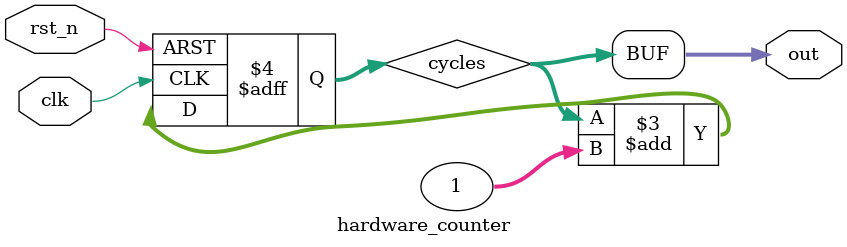
<source format=v>


module hardware_counter (
    input wire clk,
    input wire rst_n,
    output wire [31:0] out
);

    reg [31:0] cycles;

    assign out = cycles;

    always @(posedge clk or negedge rst_n) begin
        if (!rst_n) begin
            cycles <= 32'd0;
        end else begin
            cycles <= cycles + 1;
        end
    end

endmodule

</source>
